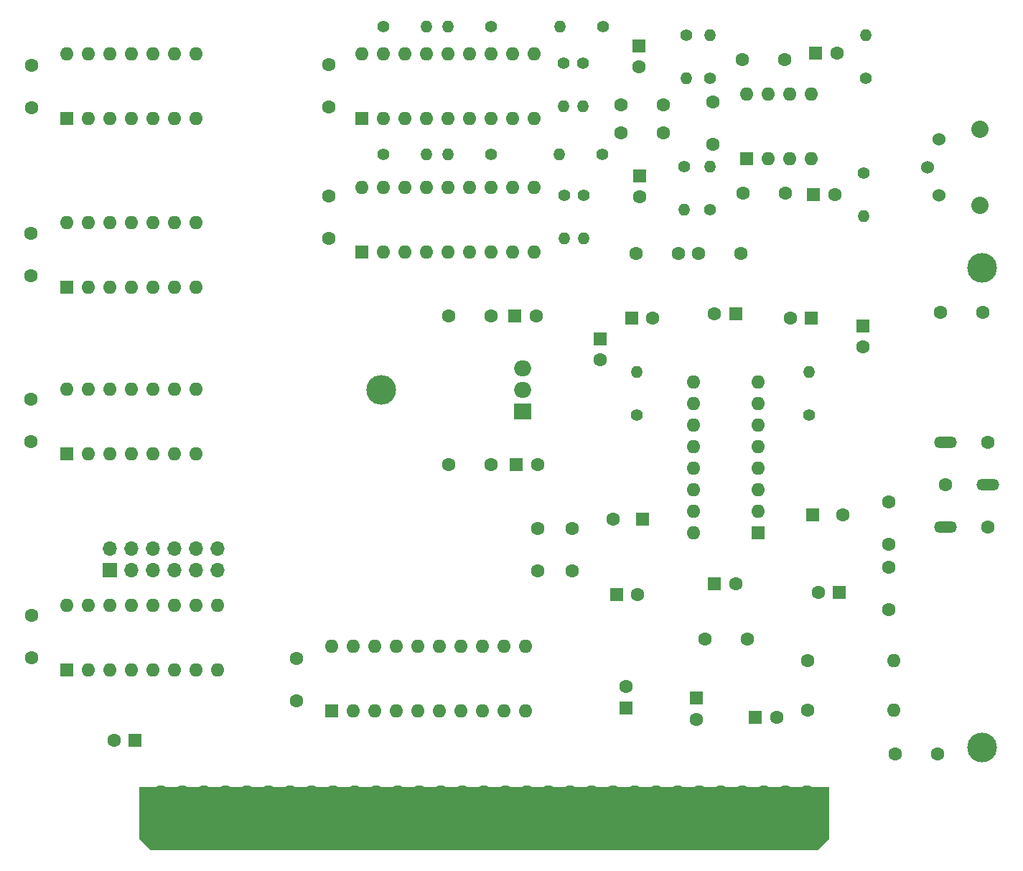
<source format=gbr>
%TF.GenerationSoftware,KiCad,Pcbnew,(6.0.11)*%
%TF.CreationDate,2023-03-11T00:42:55-07:00*%
%TF.ProjectId,ym2413-stereo-isa,796d3234-3133-42d7-9374-6572656f2d69,0*%
%TF.SameCoordinates,Original*%
%TF.FileFunction,Soldermask,Bot*%
%TF.FilePolarity,Negative*%
%FSLAX46Y46*%
G04 Gerber Fmt 4.6, Leading zero omitted, Abs format (unit mm)*
G04 Created by KiCad (PCBNEW (6.0.11)) date 2023-03-11 00:42:55*
%MOMM*%
%LPD*%
G01*
G04 APERTURE LIST*
G04 Aperture macros list*
%AMFreePoly0*
4,1,18,0.134939,4.178957,0.303847,4.127800,0.456456,4.039157,0.584580,3.917785,0.681346,3.770192,0.741562,3.604298,0.762000,3.429000,0.762000,-3.429000,-0.762000,-3.429000,-0.762000,3.429000,-0.756157,3.523184,-0.714209,3.694612,-0.633949,3.851791,-0.519683,3.986292,-0.377540,4.090897,-0.215144,4.159997,-0.041208,4.189885,0.134939,4.178957,0.134939,4.178957,$1*%
G04 Aperture macros list end*
%ADD10C,0.120000*%
%ADD11C,1.600000*%
%ADD12C,1.400000*%
%ADD13O,1.400000X1.400000*%
%ADD14R,1.600000X1.600000*%
%ADD15FreePoly0,0.000000*%
%ADD16O,1.600000X1.600000*%
%ADD17C,3.500000*%
%ADD18O,3.500000X3.500000*%
%ADD19R,2.000000X1.905000*%
%ADD20O,2.000000X1.905000*%
%ADD21C,1.524000*%
%ADD22C,2.032000*%
%ADD23O,2.700000X1.350000*%
%ADD24R,1.700000X1.700000*%
%ADD25O,1.700000X1.700000*%
G04 APERTURE END LIST*
%TO.C,BUS1*%
G36*
X171943000Y-136256000D02*
G01*
X170673000Y-137526000D01*
X91933000Y-137526000D01*
X90663000Y-136256000D01*
X90663000Y-130160000D01*
X171943000Y-130160000D01*
X171943000Y-136256000D01*
G37*
D10*
X171943000Y-136256000D02*
X170673000Y-137526000D01*
X91933000Y-137526000D01*
X90663000Y-136256000D01*
X90663000Y-130160000D01*
X171943000Y-130160000D01*
X171943000Y-136256000D01*
%TD*%
D11*
%TO.C,C43*%
X190206000Y-74168000D03*
X185206000Y-74168000D03*
%TD*%
%TO.C,C8*%
X161878000Y-60110379D03*
X166878000Y-60110379D03*
%TD*%
D12*
%TO.C,R5*%
X132207000Y-40425379D03*
D13*
X127127000Y-40425379D03*
%TD*%
D11*
%TO.C,C3*%
X152487000Y-49696379D03*
X147487000Y-49696379D03*
%TD*%
%TO.C,C19*%
X77958000Y-64853600D03*
X77958000Y-69853600D03*
%TD*%
D14*
%TO.C,C34*%
X173290113Y-107188000D03*
D11*
X170790113Y-107188000D03*
%TD*%
D15*
%TO.C,BUS1*%
X169403000Y-134097000D03*
X166863000Y-134097000D03*
X164323000Y-134097000D03*
X161783000Y-134097000D03*
X159243000Y-134097000D03*
X156703000Y-134097000D03*
X154163000Y-134097000D03*
X151623000Y-134097000D03*
X149083000Y-134097000D03*
X146543000Y-134097000D03*
X144003000Y-134097000D03*
X141463000Y-134097000D03*
X138923000Y-134097000D03*
X136383000Y-134097000D03*
X133843000Y-134097000D03*
X131303000Y-134097000D03*
X128763000Y-134097000D03*
X126223000Y-134097000D03*
X123683000Y-134097000D03*
X121143000Y-134097000D03*
X118603000Y-134097000D03*
X116063000Y-134097000D03*
X113523000Y-134097000D03*
X110983000Y-134097000D03*
X108443000Y-134097000D03*
X105903000Y-134097000D03*
X103363000Y-134097000D03*
X100823000Y-134097000D03*
X98283000Y-134097000D03*
X95743000Y-134097000D03*
X93203000Y-134097000D03*
%TD*%
D14*
%TO.C,IC9*%
X82184000Y-51337379D03*
D16*
X84724000Y-51337379D03*
X87264000Y-51337379D03*
X89804000Y-51337379D03*
X92344000Y-51337379D03*
X94884000Y-51337379D03*
X97424000Y-51337379D03*
X97424000Y-43717379D03*
X94884000Y-43717379D03*
X92344000Y-43717379D03*
X89804000Y-43717379D03*
X87264000Y-43717379D03*
X84724000Y-43717379D03*
X82184000Y-43717379D03*
%TD*%
D11*
%TO.C,C14*%
X113055400Y-60404379D03*
X113055400Y-65404379D03*
%TD*%
D12*
%TO.C,R8*%
X143002000Y-44743379D03*
D13*
X143002000Y-49823379D03*
%TD*%
D12*
%TO.C,R11*%
X154940000Y-56935379D03*
D13*
X154940000Y-62015379D03*
%TD*%
D14*
%TO.C,C40*%
X150087651Y-98552000D03*
D11*
X146587651Y-98552000D03*
%TD*%
D14*
%TO.C,C31*%
X156387800Y-119634000D03*
D11*
X156387800Y-122134000D03*
%TD*%
D12*
%TO.C,R3*%
X132207000Y-55538379D03*
D13*
X127127000Y-55538379D03*
%TD*%
D11*
%TO.C,C29*%
X156631000Y-67183000D03*
X161631000Y-67183000D03*
%TD*%
D17*
%TO.C,H1*%
X190104000Y-125461000D03*
X190104000Y-68946000D03*
%TD*%
D14*
%TO.C,C7*%
X135192888Y-92075000D03*
D11*
X137692888Y-92075000D03*
%TD*%
%TO.C,C32*%
X77978000Y-109895000D03*
X77978000Y-114895000D03*
%TD*%
%TO.C,C9*%
X161838000Y-44362379D03*
X166838000Y-44362379D03*
%TD*%
D14*
%TO.C,C23*%
X169988113Y-74803000D03*
D11*
X167488113Y-74803000D03*
%TD*%
%TO.C,C20*%
X132211889Y-74549000D03*
X127211889Y-74549000D03*
%TD*%
D12*
%TO.C,R7*%
X143129000Y-60364379D03*
D13*
X143129000Y-65444379D03*
%TD*%
D11*
%TO.C,L2*%
X169545000Y-121031000D03*
D16*
X179705000Y-121031000D03*
%TD*%
D11*
%TO.C,C37*%
X109220000Y-114962000D03*
X109220000Y-119962000D03*
%TD*%
D14*
%TO.C,IC1*%
X163683000Y-100173000D03*
D16*
X163683000Y-97633000D03*
X163683000Y-95093000D03*
X163683000Y-92553000D03*
X163683000Y-90013000D03*
X163683000Y-87473000D03*
X163683000Y-84933000D03*
X163683000Y-82393000D03*
X156063000Y-82393000D03*
X156063000Y-84933000D03*
X156063000Y-87473000D03*
X156063000Y-90013000D03*
X156063000Y-92553000D03*
X156063000Y-95093000D03*
X156063000Y-97633000D03*
X156063000Y-100173000D03*
%TD*%
D12*
%TO.C,R15*%
X176149000Y-57697379D03*
D13*
X176149000Y-62777379D03*
%TD*%
D14*
%TO.C,C1*%
X90232113Y-124587000D03*
D11*
X87732113Y-124587000D03*
%TD*%
D18*
%TO.C,IC10*%
X119233889Y-83312000D03*
D19*
X135893889Y-85852000D03*
D20*
X135893889Y-83312000D03*
X135893889Y-80772000D03*
%TD*%
D12*
%TO.C,R17*%
X149352000Y-86233000D03*
D13*
X149352000Y-81153000D03*
%TD*%
D14*
%TO.C,C27*%
X161053225Y-74295000D03*
D11*
X158553225Y-74295000D03*
%TD*%
%TO.C,C42*%
X184832000Y-126238000D03*
X179832000Y-126238000D03*
%TD*%
D21*
%TO.C,RV1*%
X185050598Y-53732598D03*
D22*
X189874000Y-61556000D03*
X189874000Y-52556000D03*
D21*
X183674000Y-57056000D03*
X185050598Y-60379402D03*
%TD*%
D11*
%TO.C,C26*%
X157393000Y-112649000D03*
X162393000Y-112649000D03*
%TD*%
D14*
%TO.C,C41*%
X170148698Y-98044000D03*
D11*
X173648698Y-98044000D03*
%TD*%
D14*
%TO.C,C4*%
X149733000Y-58039000D03*
D11*
X149733000Y-60539000D03*
%TD*%
D12*
%TO.C,R13*%
X157988000Y-62015379D03*
D13*
X157988000Y-56935379D03*
%TD*%
D11*
%TO.C,J2*%
X185754000Y-94488000D03*
X190754000Y-99488000D03*
X190754000Y-89488000D03*
D23*
X190754000Y-94488000D03*
X185754000Y-89488000D03*
X185754000Y-99488000D03*
%TD*%
D12*
%TO.C,R14*%
X157988000Y-46521379D03*
D13*
X157988000Y-41441379D03*
%TD*%
D14*
%TO.C,C18*%
X176022000Y-75756887D03*
D11*
X176022000Y-78256887D03*
%TD*%
%TO.C,L1*%
X169545000Y-115189000D03*
D16*
X179705000Y-115189000D03*
%TD*%
D14*
%TO.C,C33*%
X147003888Y-107442000D03*
D11*
X149503888Y-107442000D03*
%TD*%
D14*
%TO.C,C30*%
X148082000Y-120792067D03*
D11*
X148082000Y-118292067D03*
%TD*%
D12*
%TO.C,R18*%
X169672000Y-86233000D03*
D13*
X169672000Y-81153000D03*
%TD*%
D14*
%TO.C,C6*%
X163349664Y-121920000D03*
D11*
X165849664Y-121920000D03*
%TD*%
D14*
%TO.C,IC6*%
X82184000Y-116322000D03*
D16*
X84724000Y-116322000D03*
X87264000Y-116322000D03*
X89804000Y-116322000D03*
X92344000Y-116322000D03*
X94884000Y-116322000D03*
X97424000Y-116322000D03*
X99964000Y-116322000D03*
X99964000Y-108702000D03*
X97424000Y-108702000D03*
X94884000Y-108702000D03*
X92344000Y-108702000D03*
X89804000Y-108702000D03*
X87264000Y-108702000D03*
X84724000Y-108702000D03*
X82184000Y-108702000D03*
%TD*%
D14*
%TO.C,C10*%
X170244888Y-60237379D03*
D11*
X172744888Y-60237379D03*
%TD*%
%TO.C,C38*%
X137668000Y-104648000D03*
X137668000Y-99648000D03*
%TD*%
D14*
%TO.C,IC4*%
X162316000Y-56036379D03*
D16*
X164856000Y-56036379D03*
X167396000Y-56036379D03*
X169936000Y-56036379D03*
X169936000Y-48416379D03*
X167396000Y-48416379D03*
X164856000Y-48416379D03*
X162316000Y-48416379D03*
%TD*%
D12*
%TO.C,R4*%
X140843000Y-60364379D03*
D13*
X140843000Y-65444379D03*
%TD*%
D12*
%TO.C,R9*%
X145288000Y-55538379D03*
D13*
X140208000Y-55538379D03*
%TD*%
D12*
%TO.C,R16*%
X176403000Y-46521379D03*
D13*
X176403000Y-41441379D03*
%TD*%
D12*
%TO.C,R1*%
X119507000Y-55538379D03*
D13*
X124587000Y-55538379D03*
%TD*%
D11*
%TO.C,C36*%
X179070000Y-101473000D03*
X179070000Y-96473000D03*
%TD*%
D12*
%TO.C,R10*%
X145415000Y-40425379D03*
D13*
X140335000Y-40425379D03*
%TD*%
D12*
%TO.C,R12*%
X155194000Y-41441379D03*
D13*
X155194000Y-46521379D03*
%TD*%
D12*
%TO.C,R2*%
X119507000Y-40425379D03*
D13*
X124587000Y-40425379D03*
%TD*%
D11*
%TO.C,C28*%
X149265000Y-67183000D03*
X154265000Y-67183000D03*
%TD*%
%TO.C,C13*%
X132211889Y-92075000D03*
X127211889Y-92075000D03*
%TD*%
D14*
%TO.C,IC5*%
X113365200Y-121148000D03*
D16*
X115905200Y-121148000D03*
X118445200Y-121148000D03*
X120985200Y-121148000D03*
X123525200Y-121148000D03*
X126065200Y-121148000D03*
X128605200Y-121148000D03*
X131145200Y-121148000D03*
X133685200Y-121148000D03*
X136225200Y-121148000D03*
X136225200Y-113528000D03*
X133685200Y-113528000D03*
X131145200Y-113528000D03*
X128605200Y-113528000D03*
X126065200Y-113528000D03*
X123525200Y-113528000D03*
X120985200Y-113528000D03*
X118445200Y-113528000D03*
X115905200Y-113528000D03*
X113365200Y-113528000D03*
%TD*%
D11*
%TO.C,C35*%
X141732000Y-104648000D03*
X141732000Y-99648000D03*
%TD*%
%TO.C,C24*%
X158318200Y-49328400D03*
X158318200Y-54328400D03*
%TD*%
D12*
%TO.C,R6*%
X140716000Y-44743379D03*
D13*
X140716000Y-49823379D03*
%TD*%
D14*
%TO.C,IC3*%
X116977000Y-51337379D03*
D16*
X119517000Y-51337379D03*
X122057000Y-51337379D03*
X124597000Y-51337379D03*
X127137000Y-51337379D03*
X129677000Y-51337379D03*
X132217000Y-51337379D03*
X134757000Y-51337379D03*
X137297000Y-51337379D03*
X137297000Y-43717379D03*
X134757000Y-43717379D03*
X132217000Y-43717379D03*
X129677000Y-43717379D03*
X127137000Y-43717379D03*
X124597000Y-43717379D03*
X122057000Y-43717379D03*
X119517000Y-43717379D03*
X116977000Y-43717379D03*
%TD*%
D11*
%TO.C,C15*%
X113055400Y-44910379D03*
X113055400Y-49910379D03*
%TD*%
%TO.C,C2*%
X152487000Y-52998379D03*
X147487000Y-52998379D03*
%TD*%
D14*
%TO.C,C22*%
X158560887Y-106172000D03*
D11*
X161060887Y-106172000D03*
%TD*%
D14*
%TO.C,C5*%
X149606000Y-42739621D03*
D11*
X149606000Y-45239621D03*
%TD*%
D14*
%TO.C,C17*%
X145034000Y-77280888D03*
D11*
X145034000Y-79780888D03*
%TD*%
D14*
%TO.C,C16*%
X134983777Y-74549000D03*
D11*
X137483777Y-74549000D03*
%TD*%
D14*
%TO.C,IC8*%
X82164000Y-71160800D03*
D16*
X84704000Y-71160800D03*
X87244000Y-71160800D03*
X89784000Y-71160800D03*
X92324000Y-71160800D03*
X94864000Y-71160800D03*
X97404000Y-71160800D03*
X97404000Y-63540800D03*
X94864000Y-63540800D03*
X92324000Y-63540800D03*
X89784000Y-63540800D03*
X87244000Y-63540800D03*
X84704000Y-63540800D03*
X82164000Y-63540800D03*
%TD*%
D14*
%TO.C,IC2*%
X116977000Y-67085379D03*
D16*
X119517000Y-67085379D03*
X122057000Y-67085379D03*
X124597000Y-67085379D03*
X127137000Y-67085379D03*
X129677000Y-67085379D03*
X132217000Y-67085379D03*
X134757000Y-67085379D03*
X137297000Y-67085379D03*
X137297000Y-59465379D03*
X134757000Y-59465379D03*
X132217000Y-59465379D03*
X129677000Y-59465379D03*
X127137000Y-59465379D03*
X124597000Y-59465379D03*
X122057000Y-59465379D03*
X119517000Y-59465379D03*
X116977000Y-59465379D03*
%TD*%
D14*
%TO.C,C21*%
X148781888Y-74803000D03*
D11*
X151281888Y-74803000D03*
%TD*%
%TO.C,C39*%
X179070000Y-104180000D03*
X179070000Y-109180000D03*
%TD*%
%TO.C,C12*%
X77952600Y-84418800D03*
X77952600Y-89418800D03*
%TD*%
%TO.C,C25*%
X77978000Y-45059600D03*
X77978000Y-50059600D03*
%TD*%
D14*
%TO.C,IC7*%
X82158600Y-90855800D03*
D16*
X84698600Y-90855800D03*
X87238600Y-90855800D03*
X89778600Y-90855800D03*
X92318600Y-90855800D03*
X94858600Y-90855800D03*
X97398600Y-90855800D03*
X97398600Y-83235800D03*
X94858600Y-83235800D03*
X92318600Y-83235800D03*
X89778600Y-83235800D03*
X87238600Y-83235800D03*
X84698600Y-83235800D03*
X82158600Y-83235800D03*
%TD*%
D14*
%TO.C,C11*%
X170498888Y-43600379D03*
D11*
X172998888Y-43600379D03*
%TD*%
D24*
%TO.C,J1*%
X87249000Y-104521000D03*
D25*
X87249000Y-101981000D03*
X89789000Y-104521000D03*
X89789000Y-101981000D03*
X92329000Y-104521000D03*
X92329000Y-101981000D03*
X94869000Y-104521000D03*
X94869000Y-101981000D03*
X97409000Y-104521000D03*
X97409000Y-101981000D03*
X99949000Y-104521000D03*
X99949000Y-101981000D03*
%TD*%
M02*

</source>
